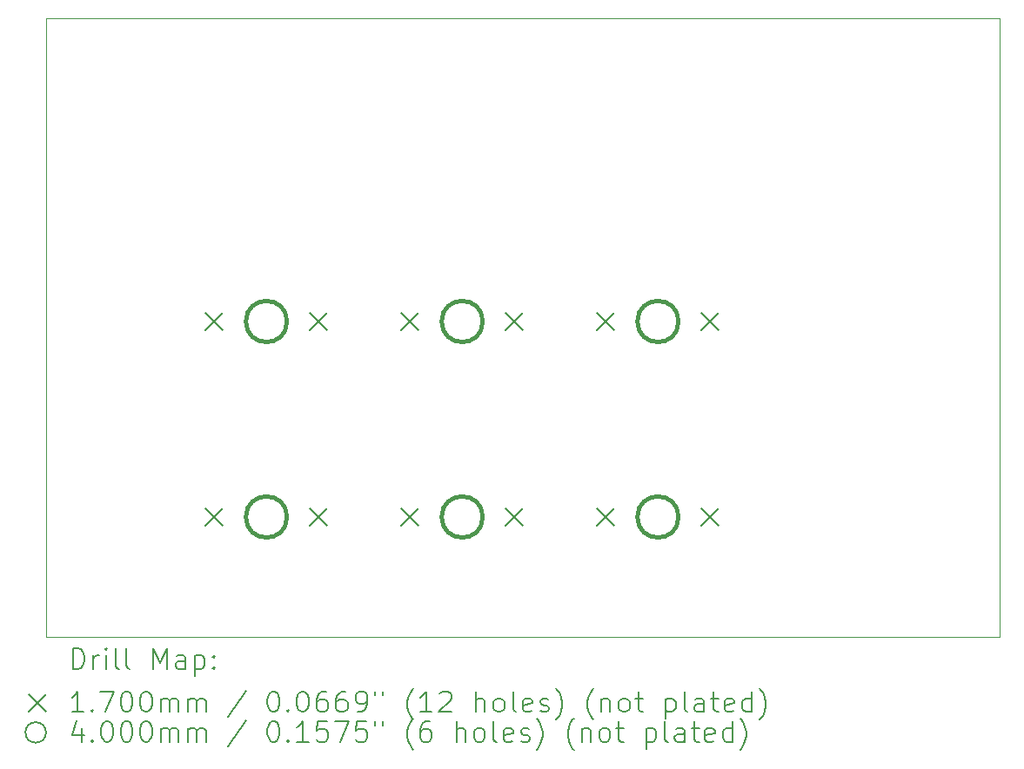
<source format=gbr>
%TF.GenerationSoftware,KiCad,Pcbnew,9.0.7*%
%TF.CreationDate,2026-01-28T20:06:28-06:00*%
%TF.ProjectId,MicroPad actual,4d696372-6f50-4616-9420-61637475616c,rev?*%
%TF.SameCoordinates,Original*%
%TF.FileFunction,Drillmap*%
%TF.FilePolarity,Positive*%
%FSLAX45Y45*%
G04 Gerber Fmt 4.5, Leading zero omitted, Abs format (unit mm)*
G04 Created by KiCad (PCBNEW 9.0.7) date 2026-01-28 20:06:28*
%MOMM*%
%LPD*%
G01*
G04 APERTURE LIST*
%ADD10C,0.050000*%
%ADD11C,0.200000*%
%ADD12C,0.170000*%
%ADD13C,0.400000*%
G04 APERTURE END LIST*
D10*
X8334375Y-2997625D02*
X17609375Y-2997625D01*
X17609375Y-9025000D01*
X8334375Y-9025000D01*
X8334375Y-2997625D01*
D11*
D12*
X9884500Y-5868125D02*
X10054500Y-6038125D01*
X10054500Y-5868125D02*
X9884500Y-6038125D01*
X9884500Y-7773125D02*
X10054500Y-7943125D01*
X10054500Y-7773125D02*
X9884500Y-7943125D01*
X10900500Y-5868125D02*
X11070500Y-6038125D01*
X11070500Y-5868125D02*
X10900500Y-6038125D01*
X10900500Y-7773125D02*
X11070500Y-7943125D01*
X11070500Y-7773125D02*
X10900500Y-7943125D01*
X11789500Y-5868125D02*
X11959500Y-6038125D01*
X11959500Y-5868125D02*
X11789500Y-6038125D01*
X11789500Y-7773125D02*
X11959500Y-7943125D01*
X11959500Y-7773125D02*
X11789500Y-7943125D01*
X12805500Y-5868125D02*
X12975500Y-6038125D01*
X12975500Y-5868125D02*
X12805500Y-6038125D01*
X12805500Y-7773125D02*
X12975500Y-7943125D01*
X12975500Y-7773125D02*
X12805500Y-7943125D01*
X13694500Y-5868125D02*
X13864500Y-6038125D01*
X13864500Y-5868125D02*
X13694500Y-6038125D01*
X13694500Y-7773125D02*
X13864500Y-7943125D01*
X13864500Y-7773125D02*
X13694500Y-7943125D01*
X14710500Y-5868125D02*
X14880500Y-6038125D01*
X14880500Y-5868125D02*
X14710500Y-6038125D01*
X14710500Y-7773125D02*
X14880500Y-7943125D01*
X14880500Y-7773125D02*
X14710500Y-7943125D01*
D13*
X10677500Y-5953125D02*
G75*
G02*
X10277500Y-5953125I-200000J0D01*
G01*
X10277500Y-5953125D02*
G75*
G02*
X10677500Y-5953125I200000J0D01*
G01*
X10677500Y-7858125D02*
G75*
G02*
X10277500Y-7858125I-200000J0D01*
G01*
X10277500Y-7858125D02*
G75*
G02*
X10677500Y-7858125I200000J0D01*
G01*
X12582500Y-5953125D02*
G75*
G02*
X12182500Y-5953125I-200000J0D01*
G01*
X12182500Y-5953125D02*
G75*
G02*
X12582500Y-5953125I200000J0D01*
G01*
X12582500Y-7858125D02*
G75*
G02*
X12182500Y-7858125I-200000J0D01*
G01*
X12182500Y-7858125D02*
G75*
G02*
X12582500Y-7858125I200000J0D01*
G01*
X14487500Y-5953125D02*
G75*
G02*
X14087500Y-5953125I-200000J0D01*
G01*
X14087500Y-5953125D02*
G75*
G02*
X14487500Y-5953125I200000J0D01*
G01*
X14487500Y-7858125D02*
G75*
G02*
X14087500Y-7858125I-200000J0D01*
G01*
X14087500Y-7858125D02*
G75*
G02*
X14487500Y-7858125I200000J0D01*
G01*
D11*
X8592652Y-9338984D02*
X8592652Y-9138984D01*
X8592652Y-9138984D02*
X8640271Y-9138984D01*
X8640271Y-9138984D02*
X8668842Y-9148508D01*
X8668842Y-9148508D02*
X8687890Y-9167555D01*
X8687890Y-9167555D02*
X8697414Y-9186603D01*
X8697414Y-9186603D02*
X8706938Y-9224698D01*
X8706938Y-9224698D02*
X8706938Y-9253270D01*
X8706938Y-9253270D02*
X8697414Y-9291365D01*
X8697414Y-9291365D02*
X8687890Y-9310412D01*
X8687890Y-9310412D02*
X8668842Y-9329460D01*
X8668842Y-9329460D02*
X8640271Y-9338984D01*
X8640271Y-9338984D02*
X8592652Y-9338984D01*
X8792652Y-9338984D02*
X8792652Y-9205650D01*
X8792652Y-9243746D02*
X8802176Y-9224698D01*
X8802176Y-9224698D02*
X8811699Y-9215174D01*
X8811699Y-9215174D02*
X8830747Y-9205650D01*
X8830747Y-9205650D02*
X8849795Y-9205650D01*
X8916461Y-9338984D02*
X8916461Y-9205650D01*
X8916461Y-9138984D02*
X8906938Y-9148508D01*
X8906938Y-9148508D02*
X8916461Y-9158031D01*
X8916461Y-9158031D02*
X8925985Y-9148508D01*
X8925985Y-9148508D02*
X8916461Y-9138984D01*
X8916461Y-9138984D02*
X8916461Y-9158031D01*
X9040271Y-9338984D02*
X9021223Y-9329460D01*
X9021223Y-9329460D02*
X9011699Y-9310412D01*
X9011699Y-9310412D02*
X9011699Y-9138984D01*
X9145033Y-9338984D02*
X9125985Y-9329460D01*
X9125985Y-9329460D02*
X9116461Y-9310412D01*
X9116461Y-9310412D02*
X9116461Y-9138984D01*
X9373604Y-9338984D02*
X9373604Y-9138984D01*
X9373604Y-9138984D02*
X9440271Y-9281841D01*
X9440271Y-9281841D02*
X9506938Y-9138984D01*
X9506938Y-9138984D02*
X9506938Y-9338984D01*
X9687890Y-9338984D02*
X9687890Y-9234222D01*
X9687890Y-9234222D02*
X9678366Y-9215174D01*
X9678366Y-9215174D02*
X9659319Y-9205650D01*
X9659319Y-9205650D02*
X9621223Y-9205650D01*
X9621223Y-9205650D02*
X9602176Y-9215174D01*
X9687890Y-9329460D02*
X9668842Y-9338984D01*
X9668842Y-9338984D02*
X9621223Y-9338984D01*
X9621223Y-9338984D02*
X9602176Y-9329460D01*
X9602176Y-9329460D02*
X9592652Y-9310412D01*
X9592652Y-9310412D02*
X9592652Y-9291365D01*
X9592652Y-9291365D02*
X9602176Y-9272317D01*
X9602176Y-9272317D02*
X9621223Y-9262793D01*
X9621223Y-9262793D02*
X9668842Y-9262793D01*
X9668842Y-9262793D02*
X9687890Y-9253270D01*
X9783128Y-9205650D02*
X9783128Y-9405650D01*
X9783128Y-9215174D02*
X9802176Y-9205650D01*
X9802176Y-9205650D02*
X9840271Y-9205650D01*
X9840271Y-9205650D02*
X9859319Y-9215174D01*
X9859319Y-9215174D02*
X9868842Y-9224698D01*
X9868842Y-9224698D02*
X9878366Y-9243746D01*
X9878366Y-9243746D02*
X9878366Y-9300889D01*
X9878366Y-9300889D02*
X9868842Y-9319936D01*
X9868842Y-9319936D02*
X9859319Y-9329460D01*
X9859319Y-9329460D02*
X9840271Y-9338984D01*
X9840271Y-9338984D02*
X9802176Y-9338984D01*
X9802176Y-9338984D02*
X9783128Y-9329460D01*
X9964080Y-9319936D02*
X9973604Y-9329460D01*
X9973604Y-9329460D02*
X9964080Y-9338984D01*
X9964080Y-9338984D02*
X9954557Y-9329460D01*
X9954557Y-9329460D02*
X9964080Y-9319936D01*
X9964080Y-9319936D02*
X9964080Y-9338984D01*
X9964080Y-9215174D02*
X9973604Y-9224698D01*
X9973604Y-9224698D02*
X9964080Y-9234222D01*
X9964080Y-9234222D02*
X9954557Y-9224698D01*
X9954557Y-9224698D02*
X9964080Y-9215174D01*
X9964080Y-9215174D02*
X9964080Y-9234222D01*
D12*
X8161875Y-9582500D02*
X8331875Y-9752500D01*
X8331875Y-9582500D02*
X8161875Y-9752500D01*
D11*
X8697414Y-9758984D02*
X8583128Y-9758984D01*
X8640271Y-9758984D02*
X8640271Y-9558984D01*
X8640271Y-9558984D02*
X8621223Y-9587555D01*
X8621223Y-9587555D02*
X8602176Y-9606603D01*
X8602176Y-9606603D02*
X8583128Y-9616127D01*
X8783128Y-9739936D02*
X8792652Y-9749460D01*
X8792652Y-9749460D02*
X8783128Y-9758984D01*
X8783128Y-9758984D02*
X8773604Y-9749460D01*
X8773604Y-9749460D02*
X8783128Y-9739936D01*
X8783128Y-9739936D02*
X8783128Y-9758984D01*
X8859319Y-9558984D02*
X8992652Y-9558984D01*
X8992652Y-9558984D02*
X8906938Y-9758984D01*
X9106938Y-9558984D02*
X9125985Y-9558984D01*
X9125985Y-9558984D02*
X9145033Y-9568508D01*
X9145033Y-9568508D02*
X9154557Y-9578031D01*
X9154557Y-9578031D02*
X9164080Y-9597079D01*
X9164080Y-9597079D02*
X9173604Y-9635174D01*
X9173604Y-9635174D02*
X9173604Y-9682793D01*
X9173604Y-9682793D02*
X9164080Y-9720889D01*
X9164080Y-9720889D02*
X9154557Y-9739936D01*
X9154557Y-9739936D02*
X9145033Y-9749460D01*
X9145033Y-9749460D02*
X9125985Y-9758984D01*
X9125985Y-9758984D02*
X9106938Y-9758984D01*
X9106938Y-9758984D02*
X9087890Y-9749460D01*
X9087890Y-9749460D02*
X9078366Y-9739936D01*
X9078366Y-9739936D02*
X9068842Y-9720889D01*
X9068842Y-9720889D02*
X9059319Y-9682793D01*
X9059319Y-9682793D02*
X9059319Y-9635174D01*
X9059319Y-9635174D02*
X9068842Y-9597079D01*
X9068842Y-9597079D02*
X9078366Y-9578031D01*
X9078366Y-9578031D02*
X9087890Y-9568508D01*
X9087890Y-9568508D02*
X9106938Y-9558984D01*
X9297414Y-9558984D02*
X9316461Y-9558984D01*
X9316461Y-9558984D02*
X9335509Y-9568508D01*
X9335509Y-9568508D02*
X9345033Y-9578031D01*
X9345033Y-9578031D02*
X9354557Y-9597079D01*
X9354557Y-9597079D02*
X9364080Y-9635174D01*
X9364080Y-9635174D02*
X9364080Y-9682793D01*
X9364080Y-9682793D02*
X9354557Y-9720889D01*
X9354557Y-9720889D02*
X9345033Y-9739936D01*
X9345033Y-9739936D02*
X9335509Y-9749460D01*
X9335509Y-9749460D02*
X9316461Y-9758984D01*
X9316461Y-9758984D02*
X9297414Y-9758984D01*
X9297414Y-9758984D02*
X9278366Y-9749460D01*
X9278366Y-9749460D02*
X9268842Y-9739936D01*
X9268842Y-9739936D02*
X9259319Y-9720889D01*
X9259319Y-9720889D02*
X9249795Y-9682793D01*
X9249795Y-9682793D02*
X9249795Y-9635174D01*
X9249795Y-9635174D02*
X9259319Y-9597079D01*
X9259319Y-9597079D02*
X9268842Y-9578031D01*
X9268842Y-9578031D02*
X9278366Y-9568508D01*
X9278366Y-9568508D02*
X9297414Y-9558984D01*
X9449795Y-9758984D02*
X9449795Y-9625650D01*
X9449795Y-9644698D02*
X9459319Y-9635174D01*
X9459319Y-9635174D02*
X9478366Y-9625650D01*
X9478366Y-9625650D02*
X9506938Y-9625650D01*
X9506938Y-9625650D02*
X9525985Y-9635174D01*
X9525985Y-9635174D02*
X9535509Y-9654222D01*
X9535509Y-9654222D02*
X9535509Y-9758984D01*
X9535509Y-9654222D02*
X9545033Y-9635174D01*
X9545033Y-9635174D02*
X9564080Y-9625650D01*
X9564080Y-9625650D02*
X9592652Y-9625650D01*
X9592652Y-9625650D02*
X9611700Y-9635174D01*
X9611700Y-9635174D02*
X9621223Y-9654222D01*
X9621223Y-9654222D02*
X9621223Y-9758984D01*
X9716461Y-9758984D02*
X9716461Y-9625650D01*
X9716461Y-9644698D02*
X9725985Y-9635174D01*
X9725985Y-9635174D02*
X9745033Y-9625650D01*
X9745033Y-9625650D02*
X9773604Y-9625650D01*
X9773604Y-9625650D02*
X9792652Y-9635174D01*
X9792652Y-9635174D02*
X9802176Y-9654222D01*
X9802176Y-9654222D02*
X9802176Y-9758984D01*
X9802176Y-9654222D02*
X9811700Y-9635174D01*
X9811700Y-9635174D02*
X9830747Y-9625650D01*
X9830747Y-9625650D02*
X9859319Y-9625650D01*
X9859319Y-9625650D02*
X9878366Y-9635174D01*
X9878366Y-9635174D02*
X9887890Y-9654222D01*
X9887890Y-9654222D02*
X9887890Y-9758984D01*
X10278366Y-9549460D02*
X10106938Y-9806603D01*
X10535509Y-9558984D02*
X10554557Y-9558984D01*
X10554557Y-9558984D02*
X10573604Y-9568508D01*
X10573604Y-9568508D02*
X10583128Y-9578031D01*
X10583128Y-9578031D02*
X10592652Y-9597079D01*
X10592652Y-9597079D02*
X10602176Y-9635174D01*
X10602176Y-9635174D02*
X10602176Y-9682793D01*
X10602176Y-9682793D02*
X10592652Y-9720889D01*
X10592652Y-9720889D02*
X10583128Y-9739936D01*
X10583128Y-9739936D02*
X10573604Y-9749460D01*
X10573604Y-9749460D02*
X10554557Y-9758984D01*
X10554557Y-9758984D02*
X10535509Y-9758984D01*
X10535509Y-9758984D02*
X10516462Y-9749460D01*
X10516462Y-9749460D02*
X10506938Y-9739936D01*
X10506938Y-9739936D02*
X10497414Y-9720889D01*
X10497414Y-9720889D02*
X10487890Y-9682793D01*
X10487890Y-9682793D02*
X10487890Y-9635174D01*
X10487890Y-9635174D02*
X10497414Y-9597079D01*
X10497414Y-9597079D02*
X10506938Y-9578031D01*
X10506938Y-9578031D02*
X10516462Y-9568508D01*
X10516462Y-9568508D02*
X10535509Y-9558984D01*
X10687890Y-9739936D02*
X10697414Y-9749460D01*
X10697414Y-9749460D02*
X10687890Y-9758984D01*
X10687890Y-9758984D02*
X10678366Y-9749460D01*
X10678366Y-9749460D02*
X10687890Y-9739936D01*
X10687890Y-9739936D02*
X10687890Y-9758984D01*
X10821223Y-9558984D02*
X10840271Y-9558984D01*
X10840271Y-9558984D02*
X10859319Y-9568508D01*
X10859319Y-9568508D02*
X10868843Y-9578031D01*
X10868843Y-9578031D02*
X10878366Y-9597079D01*
X10878366Y-9597079D02*
X10887890Y-9635174D01*
X10887890Y-9635174D02*
X10887890Y-9682793D01*
X10887890Y-9682793D02*
X10878366Y-9720889D01*
X10878366Y-9720889D02*
X10868843Y-9739936D01*
X10868843Y-9739936D02*
X10859319Y-9749460D01*
X10859319Y-9749460D02*
X10840271Y-9758984D01*
X10840271Y-9758984D02*
X10821223Y-9758984D01*
X10821223Y-9758984D02*
X10802176Y-9749460D01*
X10802176Y-9749460D02*
X10792652Y-9739936D01*
X10792652Y-9739936D02*
X10783128Y-9720889D01*
X10783128Y-9720889D02*
X10773604Y-9682793D01*
X10773604Y-9682793D02*
X10773604Y-9635174D01*
X10773604Y-9635174D02*
X10783128Y-9597079D01*
X10783128Y-9597079D02*
X10792652Y-9578031D01*
X10792652Y-9578031D02*
X10802176Y-9568508D01*
X10802176Y-9568508D02*
X10821223Y-9558984D01*
X11059319Y-9558984D02*
X11021223Y-9558984D01*
X11021223Y-9558984D02*
X11002176Y-9568508D01*
X11002176Y-9568508D02*
X10992652Y-9578031D01*
X10992652Y-9578031D02*
X10973604Y-9606603D01*
X10973604Y-9606603D02*
X10964081Y-9644698D01*
X10964081Y-9644698D02*
X10964081Y-9720889D01*
X10964081Y-9720889D02*
X10973604Y-9739936D01*
X10973604Y-9739936D02*
X10983128Y-9749460D01*
X10983128Y-9749460D02*
X11002176Y-9758984D01*
X11002176Y-9758984D02*
X11040271Y-9758984D01*
X11040271Y-9758984D02*
X11059319Y-9749460D01*
X11059319Y-9749460D02*
X11068843Y-9739936D01*
X11068843Y-9739936D02*
X11078366Y-9720889D01*
X11078366Y-9720889D02*
X11078366Y-9673270D01*
X11078366Y-9673270D02*
X11068843Y-9654222D01*
X11068843Y-9654222D02*
X11059319Y-9644698D01*
X11059319Y-9644698D02*
X11040271Y-9635174D01*
X11040271Y-9635174D02*
X11002176Y-9635174D01*
X11002176Y-9635174D02*
X10983128Y-9644698D01*
X10983128Y-9644698D02*
X10973604Y-9654222D01*
X10973604Y-9654222D02*
X10964081Y-9673270D01*
X11249795Y-9558984D02*
X11211700Y-9558984D01*
X11211700Y-9558984D02*
X11192652Y-9568508D01*
X11192652Y-9568508D02*
X11183128Y-9578031D01*
X11183128Y-9578031D02*
X11164081Y-9606603D01*
X11164081Y-9606603D02*
X11154557Y-9644698D01*
X11154557Y-9644698D02*
X11154557Y-9720889D01*
X11154557Y-9720889D02*
X11164081Y-9739936D01*
X11164081Y-9739936D02*
X11173604Y-9749460D01*
X11173604Y-9749460D02*
X11192652Y-9758984D01*
X11192652Y-9758984D02*
X11230747Y-9758984D01*
X11230747Y-9758984D02*
X11249795Y-9749460D01*
X11249795Y-9749460D02*
X11259319Y-9739936D01*
X11259319Y-9739936D02*
X11268842Y-9720889D01*
X11268842Y-9720889D02*
X11268842Y-9673270D01*
X11268842Y-9673270D02*
X11259319Y-9654222D01*
X11259319Y-9654222D02*
X11249795Y-9644698D01*
X11249795Y-9644698D02*
X11230747Y-9635174D01*
X11230747Y-9635174D02*
X11192652Y-9635174D01*
X11192652Y-9635174D02*
X11173604Y-9644698D01*
X11173604Y-9644698D02*
X11164081Y-9654222D01*
X11164081Y-9654222D02*
X11154557Y-9673270D01*
X11364081Y-9758984D02*
X11402176Y-9758984D01*
X11402176Y-9758984D02*
X11421223Y-9749460D01*
X11421223Y-9749460D02*
X11430747Y-9739936D01*
X11430747Y-9739936D02*
X11449795Y-9711365D01*
X11449795Y-9711365D02*
X11459319Y-9673270D01*
X11459319Y-9673270D02*
X11459319Y-9597079D01*
X11459319Y-9597079D02*
X11449795Y-9578031D01*
X11449795Y-9578031D02*
X11440271Y-9568508D01*
X11440271Y-9568508D02*
X11421223Y-9558984D01*
X11421223Y-9558984D02*
X11383128Y-9558984D01*
X11383128Y-9558984D02*
X11364081Y-9568508D01*
X11364081Y-9568508D02*
X11354557Y-9578031D01*
X11354557Y-9578031D02*
X11345033Y-9597079D01*
X11345033Y-9597079D02*
X11345033Y-9644698D01*
X11345033Y-9644698D02*
X11354557Y-9663746D01*
X11354557Y-9663746D02*
X11364081Y-9673270D01*
X11364081Y-9673270D02*
X11383128Y-9682793D01*
X11383128Y-9682793D02*
X11421223Y-9682793D01*
X11421223Y-9682793D02*
X11440271Y-9673270D01*
X11440271Y-9673270D02*
X11449795Y-9663746D01*
X11449795Y-9663746D02*
X11459319Y-9644698D01*
X11535509Y-9558984D02*
X11535509Y-9597079D01*
X11611700Y-9558984D02*
X11611700Y-9597079D01*
X11906938Y-9835174D02*
X11897414Y-9825650D01*
X11897414Y-9825650D02*
X11878366Y-9797079D01*
X11878366Y-9797079D02*
X11868843Y-9778031D01*
X11868843Y-9778031D02*
X11859319Y-9749460D01*
X11859319Y-9749460D02*
X11849795Y-9701841D01*
X11849795Y-9701841D02*
X11849795Y-9663746D01*
X11849795Y-9663746D02*
X11859319Y-9616127D01*
X11859319Y-9616127D02*
X11868843Y-9587555D01*
X11868843Y-9587555D02*
X11878366Y-9568508D01*
X11878366Y-9568508D02*
X11897414Y-9539936D01*
X11897414Y-9539936D02*
X11906938Y-9530412D01*
X12087890Y-9758984D02*
X11973604Y-9758984D01*
X12030747Y-9758984D02*
X12030747Y-9558984D01*
X12030747Y-9558984D02*
X12011700Y-9587555D01*
X12011700Y-9587555D02*
X11992652Y-9606603D01*
X11992652Y-9606603D02*
X11973604Y-9616127D01*
X12164081Y-9578031D02*
X12173604Y-9568508D01*
X12173604Y-9568508D02*
X12192652Y-9558984D01*
X12192652Y-9558984D02*
X12240271Y-9558984D01*
X12240271Y-9558984D02*
X12259319Y-9568508D01*
X12259319Y-9568508D02*
X12268843Y-9578031D01*
X12268843Y-9578031D02*
X12278366Y-9597079D01*
X12278366Y-9597079D02*
X12278366Y-9616127D01*
X12278366Y-9616127D02*
X12268843Y-9644698D01*
X12268843Y-9644698D02*
X12154557Y-9758984D01*
X12154557Y-9758984D02*
X12278366Y-9758984D01*
X12516462Y-9758984D02*
X12516462Y-9558984D01*
X12602176Y-9758984D02*
X12602176Y-9654222D01*
X12602176Y-9654222D02*
X12592652Y-9635174D01*
X12592652Y-9635174D02*
X12573605Y-9625650D01*
X12573605Y-9625650D02*
X12545033Y-9625650D01*
X12545033Y-9625650D02*
X12525985Y-9635174D01*
X12525985Y-9635174D02*
X12516462Y-9644698D01*
X12725985Y-9758984D02*
X12706938Y-9749460D01*
X12706938Y-9749460D02*
X12697414Y-9739936D01*
X12697414Y-9739936D02*
X12687890Y-9720889D01*
X12687890Y-9720889D02*
X12687890Y-9663746D01*
X12687890Y-9663746D02*
X12697414Y-9644698D01*
X12697414Y-9644698D02*
X12706938Y-9635174D01*
X12706938Y-9635174D02*
X12725985Y-9625650D01*
X12725985Y-9625650D02*
X12754557Y-9625650D01*
X12754557Y-9625650D02*
X12773605Y-9635174D01*
X12773605Y-9635174D02*
X12783128Y-9644698D01*
X12783128Y-9644698D02*
X12792652Y-9663746D01*
X12792652Y-9663746D02*
X12792652Y-9720889D01*
X12792652Y-9720889D02*
X12783128Y-9739936D01*
X12783128Y-9739936D02*
X12773605Y-9749460D01*
X12773605Y-9749460D02*
X12754557Y-9758984D01*
X12754557Y-9758984D02*
X12725985Y-9758984D01*
X12906938Y-9758984D02*
X12887890Y-9749460D01*
X12887890Y-9749460D02*
X12878366Y-9730412D01*
X12878366Y-9730412D02*
X12878366Y-9558984D01*
X13059319Y-9749460D02*
X13040271Y-9758984D01*
X13040271Y-9758984D02*
X13002176Y-9758984D01*
X13002176Y-9758984D02*
X12983128Y-9749460D01*
X12983128Y-9749460D02*
X12973605Y-9730412D01*
X12973605Y-9730412D02*
X12973605Y-9654222D01*
X12973605Y-9654222D02*
X12983128Y-9635174D01*
X12983128Y-9635174D02*
X13002176Y-9625650D01*
X13002176Y-9625650D02*
X13040271Y-9625650D01*
X13040271Y-9625650D02*
X13059319Y-9635174D01*
X13059319Y-9635174D02*
X13068843Y-9654222D01*
X13068843Y-9654222D02*
X13068843Y-9673270D01*
X13068843Y-9673270D02*
X12973605Y-9692317D01*
X13145033Y-9749460D02*
X13164081Y-9758984D01*
X13164081Y-9758984D02*
X13202176Y-9758984D01*
X13202176Y-9758984D02*
X13221224Y-9749460D01*
X13221224Y-9749460D02*
X13230747Y-9730412D01*
X13230747Y-9730412D02*
X13230747Y-9720889D01*
X13230747Y-9720889D02*
X13221224Y-9701841D01*
X13221224Y-9701841D02*
X13202176Y-9692317D01*
X13202176Y-9692317D02*
X13173605Y-9692317D01*
X13173605Y-9692317D02*
X13154557Y-9682793D01*
X13154557Y-9682793D02*
X13145033Y-9663746D01*
X13145033Y-9663746D02*
X13145033Y-9654222D01*
X13145033Y-9654222D02*
X13154557Y-9635174D01*
X13154557Y-9635174D02*
X13173605Y-9625650D01*
X13173605Y-9625650D02*
X13202176Y-9625650D01*
X13202176Y-9625650D02*
X13221224Y-9635174D01*
X13297414Y-9835174D02*
X13306938Y-9825650D01*
X13306938Y-9825650D02*
X13325986Y-9797079D01*
X13325986Y-9797079D02*
X13335509Y-9778031D01*
X13335509Y-9778031D02*
X13345033Y-9749460D01*
X13345033Y-9749460D02*
X13354557Y-9701841D01*
X13354557Y-9701841D02*
X13354557Y-9663746D01*
X13354557Y-9663746D02*
X13345033Y-9616127D01*
X13345033Y-9616127D02*
X13335509Y-9587555D01*
X13335509Y-9587555D02*
X13325986Y-9568508D01*
X13325986Y-9568508D02*
X13306938Y-9539936D01*
X13306938Y-9539936D02*
X13297414Y-9530412D01*
X13659319Y-9835174D02*
X13649795Y-9825650D01*
X13649795Y-9825650D02*
X13630747Y-9797079D01*
X13630747Y-9797079D02*
X13621224Y-9778031D01*
X13621224Y-9778031D02*
X13611700Y-9749460D01*
X13611700Y-9749460D02*
X13602176Y-9701841D01*
X13602176Y-9701841D02*
X13602176Y-9663746D01*
X13602176Y-9663746D02*
X13611700Y-9616127D01*
X13611700Y-9616127D02*
X13621224Y-9587555D01*
X13621224Y-9587555D02*
X13630747Y-9568508D01*
X13630747Y-9568508D02*
X13649795Y-9539936D01*
X13649795Y-9539936D02*
X13659319Y-9530412D01*
X13735509Y-9625650D02*
X13735509Y-9758984D01*
X13735509Y-9644698D02*
X13745033Y-9635174D01*
X13745033Y-9635174D02*
X13764081Y-9625650D01*
X13764081Y-9625650D02*
X13792652Y-9625650D01*
X13792652Y-9625650D02*
X13811700Y-9635174D01*
X13811700Y-9635174D02*
X13821224Y-9654222D01*
X13821224Y-9654222D02*
X13821224Y-9758984D01*
X13945033Y-9758984D02*
X13925986Y-9749460D01*
X13925986Y-9749460D02*
X13916462Y-9739936D01*
X13916462Y-9739936D02*
X13906938Y-9720889D01*
X13906938Y-9720889D02*
X13906938Y-9663746D01*
X13906938Y-9663746D02*
X13916462Y-9644698D01*
X13916462Y-9644698D02*
X13925986Y-9635174D01*
X13925986Y-9635174D02*
X13945033Y-9625650D01*
X13945033Y-9625650D02*
X13973605Y-9625650D01*
X13973605Y-9625650D02*
X13992652Y-9635174D01*
X13992652Y-9635174D02*
X14002176Y-9644698D01*
X14002176Y-9644698D02*
X14011700Y-9663746D01*
X14011700Y-9663746D02*
X14011700Y-9720889D01*
X14011700Y-9720889D02*
X14002176Y-9739936D01*
X14002176Y-9739936D02*
X13992652Y-9749460D01*
X13992652Y-9749460D02*
X13973605Y-9758984D01*
X13973605Y-9758984D02*
X13945033Y-9758984D01*
X14068843Y-9625650D02*
X14145033Y-9625650D01*
X14097414Y-9558984D02*
X14097414Y-9730412D01*
X14097414Y-9730412D02*
X14106938Y-9749460D01*
X14106938Y-9749460D02*
X14125986Y-9758984D01*
X14125986Y-9758984D02*
X14145033Y-9758984D01*
X14364081Y-9625650D02*
X14364081Y-9825650D01*
X14364081Y-9635174D02*
X14383128Y-9625650D01*
X14383128Y-9625650D02*
X14421224Y-9625650D01*
X14421224Y-9625650D02*
X14440271Y-9635174D01*
X14440271Y-9635174D02*
X14449795Y-9644698D01*
X14449795Y-9644698D02*
X14459319Y-9663746D01*
X14459319Y-9663746D02*
X14459319Y-9720889D01*
X14459319Y-9720889D02*
X14449795Y-9739936D01*
X14449795Y-9739936D02*
X14440271Y-9749460D01*
X14440271Y-9749460D02*
X14421224Y-9758984D01*
X14421224Y-9758984D02*
X14383128Y-9758984D01*
X14383128Y-9758984D02*
X14364081Y-9749460D01*
X14573605Y-9758984D02*
X14554557Y-9749460D01*
X14554557Y-9749460D02*
X14545033Y-9730412D01*
X14545033Y-9730412D02*
X14545033Y-9558984D01*
X14735509Y-9758984D02*
X14735509Y-9654222D01*
X14735509Y-9654222D02*
X14725986Y-9635174D01*
X14725986Y-9635174D02*
X14706938Y-9625650D01*
X14706938Y-9625650D02*
X14668843Y-9625650D01*
X14668843Y-9625650D02*
X14649795Y-9635174D01*
X14735509Y-9749460D02*
X14716462Y-9758984D01*
X14716462Y-9758984D02*
X14668843Y-9758984D01*
X14668843Y-9758984D02*
X14649795Y-9749460D01*
X14649795Y-9749460D02*
X14640271Y-9730412D01*
X14640271Y-9730412D02*
X14640271Y-9711365D01*
X14640271Y-9711365D02*
X14649795Y-9692317D01*
X14649795Y-9692317D02*
X14668843Y-9682793D01*
X14668843Y-9682793D02*
X14716462Y-9682793D01*
X14716462Y-9682793D02*
X14735509Y-9673270D01*
X14802176Y-9625650D02*
X14878367Y-9625650D01*
X14830748Y-9558984D02*
X14830748Y-9730412D01*
X14830748Y-9730412D02*
X14840271Y-9749460D01*
X14840271Y-9749460D02*
X14859319Y-9758984D01*
X14859319Y-9758984D02*
X14878367Y-9758984D01*
X15021224Y-9749460D02*
X15002176Y-9758984D01*
X15002176Y-9758984D02*
X14964081Y-9758984D01*
X14964081Y-9758984D02*
X14945033Y-9749460D01*
X14945033Y-9749460D02*
X14935509Y-9730412D01*
X14935509Y-9730412D02*
X14935509Y-9654222D01*
X14935509Y-9654222D02*
X14945033Y-9635174D01*
X14945033Y-9635174D02*
X14964081Y-9625650D01*
X14964081Y-9625650D02*
X15002176Y-9625650D01*
X15002176Y-9625650D02*
X15021224Y-9635174D01*
X15021224Y-9635174D02*
X15030748Y-9654222D01*
X15030748Y-9654222D02*
X15030748Y-9673270D01*
X15030748Y-9673270D02*
X14935509Y-9692317D01*
X15202176Y-9758984D02*
X15202176Y-9558984D01*
X15202176Y-9749460D02*
X15183129Y-9758984D01*
X15183129Y-9758984D02*
X15145033Y-9758984D01*
X15145033Y-9758984D02*
X15125986Y-9749460D01*
X15125986Y-9749460D02*
X15116462Y-9739936D01*
X15116462Y-9739936D02*
X15106938Y-9720889D01*
X15106938Y-9720889D02*
X15106938Y-9663746D01*
X15106938Y-9663746D02*
X15116462Y-9644698D01*
X15116462Y-9644698D02*
X15125986Y-9635174D01*
X15125986Y-9635174D02*
X15145033Y-9625650D01*
X15145033Y-9625650D02*
X15183129Y-9625650D01*
X15183129Y-9625650D02*
X15202176Y-9635174D01*
X15278367Y-9835174D02*
X15287890Y-9825650D01*
X15287890Y-9825650D02*
X15306938Y-9797079D01*
X15306938Y-9797079D02*
X15316462Y-9778031D01*
X15316462Y-9778031D02*
X15325986Y-9749460D01*
X15325986Y-9749460D02*
X15335509Y-9701841D01*
X15335509Y-9701841D02*
X15335509Y-9663746D01*
X15335509Y-9663746D02*
X15325986Y-9616127D01*
X15325986Y-9616127D02*
X15316462Y-9587555D01*
X15316462Y-9587555D02*
X15306938Y-9568508D01*
X15306938Y-9568508D02*
X15287890Y-9539936D01*
X15287890Y-9539936D02*
X15278367Y-9530412D01*
X8331875Y-9957500D02*
G75*
G02*
X8131875Y-9957500I-100000J0D01*
G01*
X8131875Y-9957500D02*
G75*
G02*
X8331875Y-9957500I100000J0D01*
G01*
X8678366Y-9915650D02*
X8678366Y-10048984D01*
X8630747Y-9839460D02*
X8583128Y-9982317D01*
X8583128Y-9982317D02*
X8706938Y-9982317D01*
X8783128Y-10029936D02*
X8792652Y-10039460D01*
X8792652Y-10039460D02*
X8783128Y-10048984D01*
X8783128Y-10048984D02*
X8773604Y-10039460D01*
X8773604Y-10039460D02*
X8783128Y-10029936D01*
X8783128Y-10029936D02*
X8783128Y-10048984D01*
X8916461Y-9848984D02*
X8935509Y-9848984D01*
X8935509Y-9848984D02*
X8954557Y-9858508D01*
X8954557Y-9858508D02*
X8964080Y-9868031D01*
X8964080Y-9868031D02*
X8973604Y-9887079D01*
X8973604Y-9887079D02*
X8983128Y-9925174D01*
X8983128Y-9925174D02*
X8983128Y-9972793D01*
X8983128Y-9972793D02*
X8973604Y-10010889D01*
X8973604Y-10010889D02*
X8964080Y-10029936D01*
X8964080Y-10029936D02*
X8954557Y-10039460D01*
X8954557Y-10039460D02*
X8935509Y-10048984D01*
X8935509Y-10048984D02*
X8916461Y-10048984D01*
X8916461Y-10048984D02*
X8897414Y-10039460D01*
X8897414Y-10039460D02*
X8887890Y-10029936D01*
X8887890Y-10029936D02*
X8878366Y-10010889D01*
X8878366Y-10010889D02*
X8868842Y-9972793D01*
X8868842Y-9972793D02*
X8868842Y-9925174D01*
X8868842Y-9925174D02*
X8878366Y-9887079D01*
X8878366Y-9887079D02*
X8887890Y-9868031D01*
X8887890Y-9868031D02*
X8897414Y-9858508D01*
X8897414Y-9858508D02*
X8916461Y-9848984D01*
X9106938Y-9848984D02*
X9125985Y-9848984D01*
X9125985Y-9848984D02*
X9145033Y-9858508D01*
X9145033Y-9858508D02*
X9154557Y-9868031D01*
X9154557Y-9868031D02*
X9164080Y-9887079D01*
X9164080Y-9887079D02*
X9173604Y-9925174D01*
X9173604Y-9925174D02*
X9173604Y-9972793D01*
X9173604Y-9972793D02*
X9164080Y-10010889D01*
X9164080Y-10010889D02*
X9154557Y-10029936D01*
X9154557Y-10029936D02*
X9145033Y-10039460D01*
X9145033Y-10039460D02*
X9125985Y-10048984D01*
X9125985Y-10048984D02*
X9106938Y-10048984D01*
X9106938Y-10048984D02*
X9087890Y-10039460D01*
X9087890Y-10039460D02*
X9078366Y-10029936D01*
X9078366Y-10029936D02*
X9068842Y-10010889D01*
X9068842Y-10010889D02*
X9059319Y-9972793D01*
X9059319Y-9972793D02*
X9059319Y-9925174D01*
X9059319Y-9925174D02*
X9068842Y-9887079D01*
X9068842Y-9887079D02*
X9078366Y-9868031D01*
X9078366Y-9868031D02*
X9087890Y-9858508D01*
X9087890Y-9858508D02*
X9106938Y-9848984D01*
X9297414Y-9848984D02*
X9316461Y-9848984D01*
X9316461Y-9848984D02*
X9335509Y-9858508D01*
X9335509Y-9858508D02*
X9345033Y-9868031D01*
X9345033Y-9868031D02*
X9354557Y-9887079D01*
X9354557Y-9887079D02*
X9364080Y-9925174D01*
X9364080Y-9925174D02*
X9364080Y-9972793D01*
X9364080Y-9972793D02*
X9354557Y-10010889D01*
X9354557Y-10010889D02*
X9345033Y-10029936D01*
X9345033Y-10029936D02*
X9335509Y-10039460D01*
X9335509Y-10039460D02*
X9316461Y-10048984D01*
X9316461Y-10048984D02*
X9297414Y-10048984D01*
X9297414Y-10048984D02*
X9278366Y-10039460D01*
X9278366Y-10039460D02*
X9268842Y-10029936D01*
X9268842Y-10029936D02*
X9259319Y-10010889D01*
X9259319Y-10010889D02*
X9249795Y-9972793D01*
X9249795Y-9972793D02*
X9249795Y-9925174D01*
X9249795Y-9925174D02*
X9259319Y-9887079D01*
X9259319Y-9887079D02*
X9268842Y-9868031D01*
X9268842Y-9868031D02*
X9278366Y-9858508D01*
X9278366Y-9858508D02*
X9297414Y-9848984D01*
X9449795Y-10048984D02*
X9449795Y-9915650D01*
X9449795Y-9934698D02*
X9459319Y-9925174D01*
X9459319Y-9925174D02*
X9478366Y-9915650D01*
X9478366Y-9915650D02*
X9506938Y-9915650D01*
X9506938Y-9915650D02*
X9525985Y-9925174D01*
X9525985Y-9925174D02*
X9535509Y-9944222D01*
X9535509Y-9944222D02*
X9535509Y-10048984D01*
X9535509Y-9944222D02*
X9545033Y-9925174D01*
X9545033Y-9925174D02*
X9564080Y-9915650D01*
X9564080Y-9915650D02*
X9592652Y-9915650D01*
X9592652Y-9915650D02*
X9611700Y-9925174D01*
X9611700Y-9925174D02*
X9621223Y-9944222D01*
X9621223Y-9944222D02*
X9621223Y-10048984D01*
X9716461Y-10048984D02*
X9716461Y-9915650D01*
X9716461Y-9934698D02*
X9725985Y-9925174D01*
X9725985Y-9925174D02*
X9745033Y-9915650D01*
X9745033Y-9915650D02*
X9773604Y-9915650D01*
X9773604Y-9915650D02*
X9792652Y-9925174D01*
X9792652Y-9925174D02*
X9802176Y-9944222D01*
X9802176Y-9944222D02*
X9802176Y-10048984D01*
X9802176Y-9944222D02*
X9811700Y-9925174D01*
X9811700Y-9925174D02*
X9830747Y-9915650D01*
X9830747Y-9915650D02*
X9859319Y-9915650D01*
X9859319Y-9915650D02*
X9878366Y-9925174D01*
X9878366Y-9925174D02*
X9887890Y-9944222D01*
X9887890Y-9944222D02*
X9887890Y-10048984D01*
X10278366Y-9839460D02*
X10106938Y-10096603D01*
X10535509Y-9848984D02*
X10554557Y-9848984D01*
X10554557Y-9848984D02*
X10573604Y-9858508D01*
X10573604Y-9858508D02*
X10583128Y-9868031D01*
X10583128Y-9868031D02*
X10592652Y-9887079D01*
X10592652Y-9887079D02*
X10602176Y-9925174D01*
X10602176Y-9925174D02*
X10602176Y-9972793D01*
X10602176Y-9972793D02*
X10592652Y-10010889D01*
X10592652Y-10010889D02*
X10583128Y-10029936D01*
X10583128Y-10029936D02*
X10573604Y-10039460D01*
X10573604Y-10039460D02*
X10554557Y-10048984D01*
X10554557Y-10048984D02*
X10535509Y-10048984D01*
X10535509Y-10048984D02*
X10516462Y-10039460D01*
X10516462Y-10039460D02*
X10506938Y-10029936D01*
X10506938Y-10029936D02*
X10497414Y-10010889D01*
X10497414Y-10010889D02*
X10487890Y-9972793D01*
X10487890Y-9972793D02*
X10487890Y-9925174D01*
X10487890Y-9925174D02*
X10497414Y-9887079D01*
X10497414Y-9887079D02*
X10506938Y-9868031D01*
X10506938Y-9868031D02*
X10516462Y-9858508D01*
X10516462Y-9858508D02*
X10535509Y-9848984D01*
X10687890Y-10029936D02*
X10697414Y-10039460D01*
X10697414Y-10039460D02*
X10687890Y-10048984D01*
X10687890Y-10048984D02*
X10678366Y-10039460D01*
X10678366Y-10039460D02*
X10687890Y-10029936D01*
X10687890Y-10029936D02*
X10687890Y-10048984D01*
X10887890Y-10048984D02*
X10773604Y-10048984D01*
X10830747Y-10048984D02*
X10830747Y-9848984D01*
X10830747Y-9848984D02*
X10811700Y-9877555D01*
X10811700Y-9877555D02*
X10792652Y-9896603D01*
X10792652Y-9896603D02*
X10773604Y-9906127D01*
X11068843Y-9848984D02*
X10973604Y-9848984D01*
X10973604Y-9848984D02*
X10964081Y-9944222D01*
X10964081Y-9944222D02*
X10973604Y-9934698D01*
X10973604Y-9934698D02*
X10992652Y-9925174D01*
X10992652Y-9925174D02*
X11040271Y-9925174D01*
X11040271Y-9925174D02*
X11059319Y-9934698D01*
X11059319Y-9934698D02*
X11068843Y-9944222D01*
X11068843Y-9944222D02*
X11078366Y-9963270D01*
X11078366Y-9963270D02*
X11078366Y-10010889D01*
X11078366Y-10010889D02*
X11068843Y-10029936D01*
X11068843Y-10029936D02*
X11059319Y-10039460D01*
X11059319Y-10039460D02*
X11040271Y-10048984D01*
X11040271Y-10048984D02*
X10992652Y-10048984D01*
X10992652Y-10048984D02*
X10973604Y-10039460D01*
X10973604Y-10039460D02*
X10964081Y-10029936D01*
X11145033Y-9848984D02*
X11278366Y-9848984D01*
X11278366Y-9848984D02*
X11192652Y-10048984D01*
X11449795Y-9848984D02*
X11354557Y-9848984D01*
X11354557Y-9848984D02*
X11345033Y-9944222D01*
X11345033Y-9944222D02*
X11354557Y-9934698D01*
X11354557Y-9934698D02*
X11373604Y-9925174D01*
X11373604Y-9925174D02*
X11421223Y-9925174D01*
X11421223Y-9925174D02*
X11440271Y-9934698D01*
X11440271Y-9934698D02*
X11449795Y-9944222D01*
X11449795Y-9944222D02*
X11459319Y-9963270D01*
X11459319Y-9963270D02*
X11459319Y-10010889D01*
X11459319Y-10010889D02*
X11449795Y-10029936D01*
X11449795Y-10029936D02*
X11440271Y-10039460D01*
X11440271Y-10039460D02*
X11421223Y-10048984D01*
X11421223Y-10048984D02*
X11373604Y-10048984D01*
X11373604Y-10048984D02*
X11354557Y-10039460D01*
X11354557Y-10039460D02*
X11345033Y-10029936D01*
X11535509Y-9848984D02*
X11535509Y-9887079D01*
X11611700Y-9848984D02*
X11611700Y-9887079D01*
X11906938Y-10125174D02*
X11897414Y-10115650D01*
X11897414Y-10115650D02*
X11878366Y-10087079D01*
X11878366Y-10087079D02*
X11868843Y-10068031D01*
X11868843Y-10068031D02*
X11859319Y-10039460D01*
X11859319Y-10039460D02*
X11849795Y-9991841D01*
X11849795Y-9991841D02*
X11849795Y-9953746D01*
X11849795Y-9953746D02*
X11859319Y-9906127D01*
X11859319Y-9906127D02*
X11868843Y-9877555D01*
X11868843Y-9877555D02*
X11878366Y-9858508D01*
X11878366Y-9858508D02*
X11897414Y-9829936D01*
X11897414Y-9829936D02*
X11906938Y-9820412D01*
X12068843Y-9848984D02*
X12030747Y-9848984D01*
X12030747Y-9848984D02*
X12011700Y-9858508D01*
X12011700Y-9858508D02*
X12002176Y-9868031D01*
X12002176Y-9868031D02*
X11983128Y-9896603D01*
X11983128Y-9896603D02*
X11973604Y-9934698D01*
X11973604Y-9934698D02*
X11973604Y-10010889D01*
X11973604Y-10010889D02*
X11983128Y-10029936D01*
X11983128Y-10029936D02*
X11992652Y-10039460D01*
X11992652Y-10039460D02*
X12011700Y-10048984D01*
X12011700Y-10048984D02*
X12049795Y-10048984D01*
X12049795Y-10048984D02*
X12068843Y-10039460D01*
X12068843Y-10039460D02*
X12078366Y-10029936D01*
X12078366Y-10029936D02*
X12087890Y-10010889D01*
X12087890Y-10010889D02*
X12087890Y-9963270D01*
X12087890Y-9963270D02*
X12078366Y-9944222D01*
X12078366Y-9944222D02*
X12068843Y-9934698D01*
X12068843Y-9934698D02*
X12049795Y-9925174D01*
X12049795Y-9925174D02*
X12011700Y-9925174D01*
X12011700Y-9925174D02*
X11992652Y-9934698D01*
X11992652Y-9934698D02*
X11983128Y-9944222D01*
X11983128Y-9944222D02*
X11973604Y-9963270D01*
X12325985Y-10048984D02*
X12325985Y-9848984D01*
X12411700Y-10048984D02*
X12411700Y-9944222D01*
X12411700Y-9944222D02*
X12402176Y-9925174D01*
X12402176Y-9925174D02*
X12383128Y-9915650D01*
X12383128Y-9915650D02*
X12354557Y-9915650D01*
X12354557Y-9915650D02*
X12335509Y-9925174D01*
X12335509Y-9925174D02*
X12325985Y-9934698D01*
X12535509Y-10048984D02*
X12516462Y-10039460D01*
X12516462Y-10039460D02*
X12506938Y-10029936D01*
X12506938Y-10029936D02*
X12497414Y-10010889D01*
X12497414Y-10010889D02*
X12497414Y-9953746D01*
X12497414Y-9953746D02*
X12506938Y-9934698D01*
X12506938Y-9934698D02*
X12516462Y-9925174D01*
X12516462Y-9925174D02*
X12535509Y-9915650D01*
X12535509Y-9915650D02*
X12564081Y-9915650D01*
X12564081Y-9915650D02*
X12583128Y-9925174D01*
X12583128Y-9925174D02*
X12592652Y-9934698D01*
X12592652Y-9934698D02*
X12602176Y-9953746D01*
X12602176Y-9953746D02*
X12602176Y-10010889D01*
X12602176Y-10010889D02*
X12592652Y-10029936D01*
X12592652Y-10029936D02*
X12583128Y-10039460D01*
X12583128Y-10039460D02*
X12564081Y-10048984D01*
X12564081Y-10048984D02*
X12535509Y-10048984D01*
X12716462Y-10048984D02*
X12697414Y-10039460D01*
X12697414Y-10039460D02*
X12687890Y-10020412D01*
X12687890Y-10020412D02*
X12687890Y-9848984D01*
X12868843Y-10039460D02*
X12849795Y-10048984D01*
X12849795Y-10048984D02*
X12811700Y-10048984D01*
X12811700Y-10048984D02*
X12792652Y-10039460D01*
X12792652Y-10039460D02*
X12783128Y-10020412D01*
X12783128Y-10020412D02*
X12783128Y-9944222D01*
X12783128Y-9944222D02*
X12792652Y-9925174D01*
X12792652Y-9925174D02*
X12811700Y-9915650D01*
X12811700Y-9915650D02*
X12849795Y-9915650D01*
X12849795Y-9915650D02*
X12868843Y-9925174D01*
X12868843Y-9925174D02*
X12878366Y-9944222D01*
X12878366Y-9944222D02*
X12878366Y-9963270D01*
X12878366Y-9963270D02*
X12783128Y-9982317D01*
X12954557Y-10039460D02*
X12973605Y-10048984D01*
X12973605Y-10048984D02*
X13011700Y-10048984D01*
X13011700Y-10048984D02*
X13030747Y-10039460D01*
X13030747Y-10039460D02*
X13040271Y-10020412D01*
X13040271Y-10020412D02*
X13040271Y-10010889D01*
X13040271Y-10010889D02*
X13030747Y-9991841D01*
X13030747Y-9991841D02*
X13011700Y-9982317D01*
X13011700Y-9982317D02*
X12983128Y-9982317D01*
X12983128Y-9982317D02*
X12964081Y-9972793D01*
X12964081Y-9972793D02*
X12954557Y-9953746D01*
X12954557Y-9953746D02*
X12954557Y-9944222D01*
X12954557Y-9944222D02*
X12964081Y-9925174D01*
X12964081Y-9925174D02*
X12983128Y-9915650D01*
X12983128Y-9915650D02*
X13011700Y-9915650D01*
X13011700Y-9915650D02*
X13030747Y-9925174D01*
X13106938Y-10125174D02*
X13116462Y-10115650D01*
X13116462Y-10115650D02*
X13135509Y-10087079D01*
X13135509Y-10087079D02*
X13145033Y-10068031D01*
X13145033Y-10068031D02*
X13154557Y-10039460D01*
X13154557Y-10039460D02*
X13164081Y-9991841D01*
X13164081Y-9991841D02*
X13164081Y-9953746D01*
X13164081Y-9953746D02*
X13154557Y-9906127D01*
X13154557Y-9906127D02*
X13145033Y-9877555D01*
X13145033Y-9877555D02*
X13135509Y-9858508D01*
X13135509Y-9858508D02*
X13116462Y-9829936D01*
X13116462Y-9829936D02*
X13106938Y-9820412D01*
X13468843Y-10125174D02*
X13459319Y-10115650D01*
X13459319Y-10115650D02*
X13440271Y-10087079D01*
X13440271Y-10087079D02*
X13430747Y-10068031D01*
X13430747Y-10068031D02*
X13421224Y-10039460D01*
X13421224Y-10039460D02*
X13411700Y-9991841D01*
X13411700Y-9991841D02*
X13411700Y-9953746D01*
X13411700Y-9953746D02*
X13421224Y-9906127D01*
X13421224Y-9906127D02*
X13430747Y-9877555D01*
X13430747Y-9877555D02*
X13440271Y-9858508D01*
X13440271Y-9858508D02*
X13459319Y-9829936D01*
X13459319Y-9829936D02*
X13468843Y-9820412D01*
X13545033Y-9915650D02*
X13545033Y-10048984D01*
X13545033Y-9934698D02*
X13554557Y-9925174D01*
X13554557Y-9925174D02*
X13573605Y-9915650D01*
X13573605Y-9915650D02*
X13602176Y-9915650D01*
X13602176Y-9915650D02*
X13621224Y-9925174D01*
X13621224Y-9925174D02*
X13630747Y-9944222D01*
X13630747Y-9944222D02*
X13630747Y-10048984D01*
X13754557Y-10048984D02*
X13735509Y-10039460D01*
X13735509Y-10039460D02*
X13725986Y-10029936D01*
X13725986Y-10029936D02*
X13716462Y-10010889D01*
X13716462Y-10010889D02*
X13716462Y-9953746D01*
X13716462Y-9953746D02*
X13725986Y-9934698D01*
X13725986Y-9934698D02*
X13735509Y-9925174D01*
X13735509Y-9925174D02*
X13754557Y-9915650D01*
X13754557Y-9915650D02*
X13783128Y-9915650D01*
X13783128Y-9915650D02*
X13802176Y-9925174D01*
X13802176Y-9925174D02*
X13811700Y-9934698D01*
X13811700Y-9934698D02*
X13821224Y-9953746D01*
X13821224Y-9953746D02*
X13821224Y-10010889D01*
X13821224Y-10010889D02*
X13811700Y-10029936D01*
X13811700Y-10029936D02*
X13802176Y-10039460D01*
X13802176Y-10039460D02*
X13783128Y-10048984D01*
X13783128Y-10048984D02*
X13754557Y-10048984D01*
X13878367Y-9915650D02*
X13954557Y-9915650D01*
X13906938Y-9848984D02*
X13906938Y-10020412D01*
X13906938Y-10020412D02*
X13916462Y-10039460D01*
X13916462Y-10039460D02*
X13935509Y-10048984D01*
X13935509Y-10048984D02*
X13954557Y-10048984D01*
X14173605Y-9915650D02*
X14173605Y-10115650D01*
X14173605Y-9925174D02*
X14192652Y-9915650D01*
X14192652Y-9915650D02*
X14230748Y-9915650D01*
X14230748Y-9915650D02*
X14249795Y-9925174D01*
X14249795Y-9925174D02*
X14259319Y-9934698D01*
X14259319Y-9934698D02*
X14268843Y-9953746D01*
X14268843Y-9953746D02*
X14268843Y-10010889D01*
X14268843Y-10010889D02*
X14259319Y-10029936D01*
X14259319Y-10029936D02*
X14249795Y-10039460D01*
X14249795Y-10039460D02*
X14230748Y-10048984D01*
X14230748Y-10048984D02*
X14192652Y-10048984D01*
X14192652Y-10048984D02*
X14173605Y-10039460D01*
X14383128Y-10048984D02*
X14364081Y-10039460D01*
X14364081Y-10039460D02*
X14354557Y-10020412D01*
X14354557Y-10020412D02*
X14354557Y-9848984D01*
X14545033Y-10048984D02*
X14545033Y-9944222D01*
X14545033Y-9944222D02*
X14535509Y-9925174D01*
X14535509Y-9925174D02*
X14516462Y-9915650D01*
X14516462Y-9915650D02*
X14478367Y-9915650D01*
X14478367Y-9915650D02*
X14459319Y-9925174D01*
X14545033Y-10039460D02*
X14525986Y-10048984D01*
X14525986Y-10048984D02*
X14478367Y-10048984D01*
X14478367Y-10048984D02*
X14459319Y-10039460D01*
X14459319Y-10039460D02*
X14449795Y-10020412D01*
X14449795Y-10020412D02*
X14449795Y-10001365D01*
X14449795Y-10001365D02*
X14459319Y-9982317D01*
X14459319Y-9982317D02*
X14478367Y-9972793D01*
X14478367Y-9972793D02*
X14525986Y-9972793D01*
X14525986Y-9972793D02*
X14545033Y-9963270D01*
X14611700Y-9915650D02*
X14687890Y-9915650D01*
X14640271Y-9848984D02*
X14640271Y-10020412D01*
X14640271Y-10020412D02*
X14649795Y-10039460D01*
X14649795Y-10039460D02*
X14668843Y-10048984D01*
X14668843Y-10048984D02*
X14687890Y-10048984D01*
X14830748Y-10039460D02*
X14811700Y-10048984D01*
X14811700Y-10048984D02*
X14773605Y-10048984D01*
X14773605Y-10048984D02*
X14754557Y-10039460D01*
X14754557Y-10039460D02*
X14745033Y-10020412D01*
X14745033Y-10020412D02*
X14745033Y-9944222D01*
X14745033Y-9944222D02*
X14754557Y-9925174D01*
X14754557Y-9925174D02*
X14773605Y-9915650D01*
X14773605Y-9915650D02*
X14811700Y-9915650D01*
X14811700Y-9915650D02*
X14830748Y-9925174D01*
X14830748Y-9925174D02*
X14840271Y-9944222D01*
X14840271Y-9944222D02*
X14840271Y-9963270D01*
X14840271Y-9963270D02*
X14745033Y-9982317D01*
X15011700Y-10048984D02*
X15011700Y-9848984D01*
X15011700Y-10039460D02*
X14992652Y-10048984D01*
X14992652Y-10048984D02*
X14954557Y-10048984D01*
X14954557Y-10048984D02*
X14935509Y-10039460D01*
X14935509Y-10039460D02*
X14925986Y-10029936D01*
X14925986Y-10029936D02*
X14916462Y-10010889D01*
X14916462Y-10010889D02*
X14916462Y-9953746D01*
X14916462Y-9953746D02*
X14925986Y-9934698D01*
X14925986Y-9934698D02*
X14935509Y-9925174D01*
X14935509Y-9925174D02*
X14954557Y-9915650D01*
X14954557Y-9915650D02*
X14992652Y-9915650D01*
X14992652Y-9915650D02*
X15011700Y-9925174D01*
X15087890Y-10125174D02*
X15097414Y-10115650D01*
X15097414Y-10115650D02*
X15116462Y-10087079D01*
X15116462Y-10087079D02*
X15125986Y-10068031D01*
X15125986Y-10068031D02*
X15135509Y-10039460D01*
X15135509Y-10039460D02*
X15145033Y-9991841D01*
X15145033Y-9991841D02*
X15145033Y-9953746D01*
X15145033Y-9953746D02*
X15135509Y-9906127D01*
X15135509Y-9906127D02*
X15125986Y-9877555D01*
X15125986Y-9877555D02*
X15116462Y-9858508D01*
X15116462Y-9858508D02*
X15097414Y-9829936D01*
X15097414Y-9829936D02*
X15087890Y-9820412D01*
M02*

</source>
